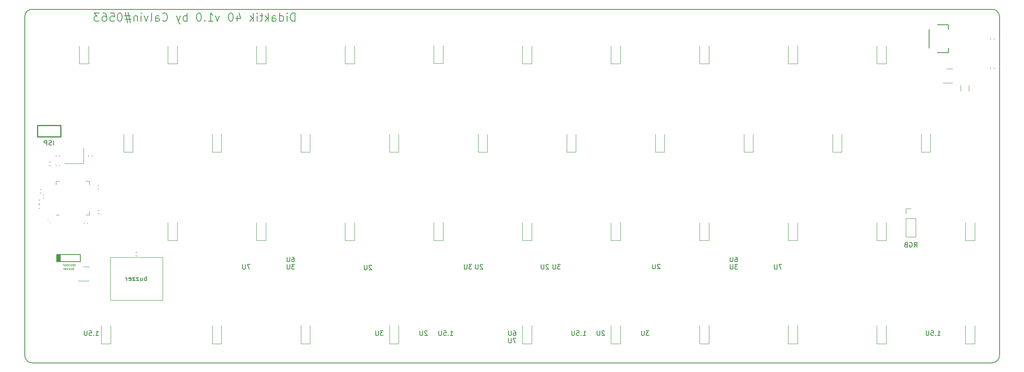
<source format=gbr>
%TF.GenerationSoftware,KiCad,Pcbnew,(6.0.7)*%
%TF.CreationDate,2023-01-08T18:37:13+01:00*%
%TF.ProjectId,Didaktik multilayout,44696461-6b74-4696-9b20-6d756c74696c,rev?*%
%TF.SameCoordinates,Original*%
%TF.FileFunction,Legend,Bot*%
%TF.FilePolarity,Positive*%
%FSLAX46Y46*%
G04 Gerber Fmt 4.6, Leading zero omitted, Abs format (unit mm)*
G04 Created by KiCad (PCBNEW (6.0.7)) date 2023-01-08 18:37:13*
%MOMM*%
%LPD*%
G01*
G04 APERTURE LIST*
%TA.AperFunction,Profile*%
%ADD10C,0.150000*%
%TD*%
%ADD11C,0.150000*%
%ADD12C,0.125000*%
%ADD13C,0.120000*%
%ADD14C,0.250000*%
G04 APERTURE END LIST*
D10*
X31750000Y-106362500D02*
G75*
G03*
X33337500Y-107950000I1587500J0D01*
G01*
X33337500Y-31750000D02*
X239712500Y-31750000D01*
X31750000Y-106362500D02*
X31750000Y-33337500D01*
X239712500Y-107950000D02*
G75*
G03*
X241300000Y-106362500I0J1587500D01*
G01*
X239712500Y-107950000D02*
X33337500Y-107950000D01*
X241300000Y-33337500D02*
G75*
G03*
X239712500Y-31750000I-1587500J0D01*
G01*
X33337500Y-31750000D02*
G75*
G03*
X31750000Y-33337500I0J-1587500D01*
G01*
X241300000Y-33337500D02*
X241300000Y-106362500D01*
D11*
X89233333Y-85177380D02*
X89423809Y-85177380D01*
X89519047Y-85225000D01*
X89566666Y-85272619D01*
X89661904Y-85415476D01*
X89709523Y-85605952D01*
X89709523Y-85986904D01*
X89661904Y-86082142D01*
X89614285Y-86129761D01*
X89519047Y-86177380D01*
X89328571Y-86177380D01*
X89233333Y-86129761D01*
X89185714Y-86082142D01*
X89138095Y-85986904D01*
X89138095Y-85748809D01*
X89185714Y-85653571D01*
X89233333Y-85605952D01*
X89328571Y-85558333D01*
X89519047Y-85558333D01*
X89614285Y-85605952D01*
X89661904Y-85653571D01*
X89709523Y-85748809D01*
X88709523Y-85177380D02*
X88709523Y-85986904D01*
X88661904Y-86082142D01*
X88614285Y-86129761D01*
X88519047Y-86177380D01*
X88328571Y-86177380D01*
X88233333Y-86129761D01*
X88185714Y-86082142D01*
X88138095Y-85986904D01*
X88138095Y-85177380D01*
X130222182Y-86842169D02*
X130174563Y-86794550D01*
X130079325Y-86746930D01*
X129841230Y-86746930D01*
X129745992Y-86794550D01*
X129698373Y-86842169D01*
X129650754Y-86937407D01*
X129650754Y-87032645D01*
X129698373Y-87175502D01*
X130269801Y-87746930D01*
X129650754Y-87746930D01*
X129222182Y-86746930D02*
X129222182Y-87556454D01*
X129174563Y-87651692D01*
X129126944Y-87699311D01*
X129031706Y-87746930D01*
X128841230Y-87746930D01*
X128745992Y-87699311D01*
X128698373Y-87651692D01*
X128650754Y-87556454D01*
X128650754Y-86746930D01*
X89867666Y-34319666D02*
X89867666Y-32569666D01*
X89451000Y-32569666D01*
X89201000Y-32653000D01*
X89034333Y-32819666D01*
X88951000Y-32986333D01*
X88867666Y-33319666D01*
X88867666Y-33569666D01*
X88951000Y-33903000D01*
X89034333Y-34069666D01*
X89201000Y-34236333D01*
X89451000Y-34319666D01*
X89867666Y-34319666D01*
X88117666Y-34319666D02*
X88117666Y-33153000D01*
X88117666Y-32569666D02*
X88201000Y-32653000D01*
X88117666Y-32736333D01*
X88034333Y-32653000D01*
X88117666Y-32569666D01*
X88117666Y-32736333D01*
X86534333Y-34319666D02*
X86534333Y-32569666D01*
X86534333Y-34236333D02*
X86701000Y-34319666D01*
X87034333Y-34319666D01*
X87201000Y-34236333D01*
X87284333Y-34153000D01*
X87367666Y-33986333D01*
X87367666Y-33486333D01*
X87284333Y-33319666D01*
X87201000Y-33236333D01*
X87034333Y-33153000D01*
X86701000Y-33153000D01*
X86534333Y-33236333D01*
X84951000Y-34319666D02*
X84951000Y-33403000D01*
X85034333Y-33236333D01*
X85201000Y-33153000D01*
X85534333Y-33153000D01*
X85701000Y-33236333D01*
X84951000Y-34236333D02*
X85117666Y-34319666D01*
X85534333Y-34319666D01*
X85701000Y-34236333D01*
X85784333Y-34069666D01*
X85784333Y-33903000D01*
X85701000Y-33736333D01*
X85534333Y-33653000D01*
X85117666Y-33653000D01*
X84951000Y-33569666D01*
X84117666Y-34319666D02*
X84117666Y-32569666D01*
X83951000Y-33653000D02*
X83451000Y-34319666D01*
X83451000Y-33153000D02*
X84117666Y-33819666D01*
X82951000Y-33153000D02*
X82284333Y-33153000D01*
X82701000Y-32569666D02*
X82701000Y-34069666D01*
X82617666Y-34236333D01*
X82451000Y-34319666D01*
X82284333Y-34319666D01*
X81701000Y-34319666D02*
X81701000Y-33153000D01*
X81701000Y-32569666D02*
X81784333Y-32653000D01*
X81701000Y-32736333D01*
X81617666Y-32653000D01*
X81701000Y-32569666D01*
X81701000Y-32736333D01*
X80867666Y-34319666D02*
X80867666Y-32569666D01*
X80701000Y-33653000D02*
X80201000Y-34319666D01*
X80201000Y-33153000D02*
X80867666Y-33819666D01*
X77367666Y-33153000D02*
X77367666Y-34319666D01*
X77784333Y-32486333D02*
X78201000Y-33736333D01*
X77117666Y-33736333D01*
X76117666Y-32569666D02*
X75951000Y-32569666D01*
X75784333Y-32653000D01*
X75701000Y-32736333D01*
X75617666Y-32903000D01*
X75534333Y-33236333D01*
X75534333Y-33653000D01*
X75617666Y-33986333D01*
X75701000Y-34153000D01*
X75784333Y-34236333D01*
X75951000Y-34319666D01*
X76117666Y-34319666D01*
X76284333Y-34236333D01*
X76367666Y-34153000D01*
X76451000Y-33986333D01*
X76534333Y-33653000D01*
X76534333Y-33236333D01*
X76451000Y-32903000D01*
X76367666Y-32736333D01*
X76284333Y-32653000D01*
X76117666Y-32569666D01*
X73617666Y-33153000D02*
X73201000Y-34319666D01*
X72784333Y-33153000D01*
X71201000Y-34319666D02*
X72201000Y-34319666D01*
X71701000Y-34319666D02*
X71701000Y-32569666D01*
X71867666Y-32819666D01*
X72034333Y-32986333D01*
X72201000Y-33069666D01*
X70451000Y-34153000D02*
X70367666Y-34236333D01*
X70451000Y-34319666D01*
X70534333Y-34236333D01*
X70451000Y-34153000D01*
X70451000Y-34319666D01*
X69284333Y-32569666D02*
X69117666Y-32569666D01*
X68951000Y-32653000D01*
X68867666Y-32736333D01*
X68784333Y-32903000D01*
X68701000Y-33236333D01*
X68701000Y-33653000D01*
X68784333Y-33986333D01*
X68867666Y-34153000D01*
X68951000Y-34236333D01*
X69117666Y-34319666D01*
X69284333Y-34319666D01*
X69451000Y-34236333D01*
X69534333Y-34153000D01*
X69617666Y-33986333D01*
X69701000Y-33653000D01*
X69701000Y-33236333D01*
X69617666Y-32903000D01*
X69534333Y-32736333D01*
X69451000Y-32653000D01*
X69284333Y-32569666D01*
X66617666Y-34319666D02*
X66617666Y-32569666D01*
X66617666Y-33236333D02*
X66451000Y-33153000D01*
X66117666Y-33153000D01*
X65951000Y-33236333D01*
X65867666Y-33319666D01*
X65784333Y-33486333D01*
X65784333Y-33986333D01*
X65867666Y-34153000D01*
X65951000Y-34236333D01*
X66117666Y-34319666D01*
X66451000Y-34319666D01*
X66617666Y-34236333D01*
X65201000Y-33153000D02*
X64784333Y-34319666D01*
X64367666Y-33153000D02*
X64784333Y-34319666D01*
X64951000Y-34736333D01*
X65034333Y-34819666D01*
X65201000Y-34903000D01*
X61367666Y-34153000D02*
X61451000Y-34236333D01*
X61701000Y-34319666D01*
X61867666Y-34319666D01*
X62117666Y-34236333D01*
X62284333Y-34069666D01*
X62367666Y-33903000D01*
X62451000Y-33569666D01*
X62451000Y-33319666D01*
X62367666Y-32986333D01*
X62284333Y-32819666D01*
X62117666Y-32653000D01*
X61867666Y-32569666D01*
X61701000Y-32569666D01*
X61451000Y-32653000D01*
X61367666Y-32736333D01*
X59867666Y-34319666D02*
X59867666Y-33403000D01*
X59951000Y-33236333D01*
X60117666Y-33153000D01*
X60451000Y-33153000D01*
X60617666Y-33236333D01*
X59867666Y-34236333D02*
X60034333Y-34319666D01*
X60451000Y-34319666D01*
X60617666Y-34236333D01*
X60701000Y-34069666D01*
X60701000Y-33903000D01*
X60617666Y-33736333D01*
X60451000Y-33653000D01*
X60034333Y-33653000D01*
X59867666Y-33569666D01*
X58784333Y-34319666D02*
X58951000Y-34236333D01*
X59034333Y-34069666D01*
X59034333Y-32569666D01*
X58284333Y-33153000D02*
X57867666Y-34319666D01*
X57451000Y-33153000D01*
X56784333Y-34319666D02*
X56784333Y-33153000D01*
X56784333Y-32569666D02*
X56867666Y-32653000D01*
X56784333Y-32736333D01*
X56701000Y-32653000D01*
X56784333Y-32569666D01*
X56784333Y-32736333D01*
X55951000Y-33153000D02*
X55951000Y-34319666D01*
X55951000Y-33319666D02*
X55867666Y-33236333D01*
X55701000Y-33153000D01*
X55451000Y-33153000D01*
X55284333Y-33236333D01*
X55201000Y-33403000D01*
X55201000Y-34319666D01*
X54450999Y-33153000D02*
X53200999Y-33153000D01*
X53950999Y-32403000D02*
X54450999Y-34653000D01*
X53367666Y-33903000D02*
X54617666Y-33903000D01*
X53867666Y-34653000D02*
X53367666Y-32403000D01*
X52284333Y-32569666D02*
X52117666Y-32569666D01*
X51950999Y-32653000D01*
X51867666Y-32736333D01*
X51784333Y-32903000D01*
X51700999Y-33236333D01*
X51700999Y-33653000D01*
X51784333Y-33986333D01*
X51867666Y-34153000D01*
X51950999Y-34236333D01*
X52117666Y-34319666D01*
X52284333Y-34319666D01*
X52450999Y-34236333D01*
X52534333Y-34153000D01*
X52617666Y-33986333D01*
X52700999Y-33653000D01*
X52700999Y-33236333D01*
X52617666Y-32903000D01*
X52534333Y-32736333D01*
X52450999Y-32653000D01*
X52284333Y-32569666D01*
X50117666Y-32569666D02*
X50950999Y-32569666D01*
X51034333Y-33403000D01*
X50950999Y-33319666D01*
X50784333Y-33236333D01*
X50367666Y-33236333D01*
X50200999Y-33319666D01*
X50117666Y-33403000D01*
X50034333Y-33569666D01*
X50034333Y-33986333D01*
X50117666Y-34153000D01*
X50200999Y-34236333D01*
X50367666Y-34319666D01*
X50784333Y-34319666D01*
X50950999Y-34236333D01*
X51034333Y-34153000D01*
X48534333Y-32569666D02*
X48867666Y-32569666D01*
X49034333Y-32653000D01*
X49117666Y-32736333D01*
X49284333Y-32986333D01*
X49367666Y-33319666D01*
X49367666Y-33986333D01*
X49284333Y-34153000D01*
X49200999Y-34236333D01*
X49034333Y-34319666D01*
X48700999Y-34319666D01*
X48534333Y-34236333D01*
X48450999Y-34153000D01*
X48367666Y-33986333D01*
X48367666Y-33569666D01*
X48450999Y-33403000D01*
X48534333Y-33319666D01*
X48700999Y-33236333D01*
X49034333Y-33236333D01*
X49200999Y-33319666D01*
X49284333Y-33403000D01*
X49367666Y-33569666D01*
X47784333Y-32569666D02*
X46700999Y-32569666D01*
X47284333Y-33236333D01*
X47034333Y-33236333D01*
X46867666Y-33319666D01*
X46784333Y-33403000D01*
X46700999Y-33569666D01*
X46700999Y-33986333D01*
X46784333Y-34153000D01*
X46867666Y-34236333D01*
X47034333Y-34319666D01*
X47534333Y-34319666D01*
X47700999Y-34236333D01*
X47784333Y-34153000D01*
X184483333Y-85177380D02*
X184673809Y-85177380D01*
X184769047Y-85225000D01*
X184816666Y-85272619D01*
X184911904Y-85415476D01*
X184959523Y-85605952D01*
X184959523Y-85986904D01*
X184911904Y-86082142D01*
X184864285Y-86129761D01*
X184769047Y-86177380D01*
X184578571Y-86177380D01*
X184483333Y-86129761D01*
X184435714Y-86082142D01*
X184388095Y-85986904D01*
X184388095Y-85748809D01*
X184435714Y-85653571D01*
X184483333Y-85605952D01*
X184578571Y-85558333D01*
X184769047Y-85558333D01*
X184864285Y-85605952D01*
X184911904Y-85653571D01*
X184959523Y-85748809D01*
X183959523Y-85177380D02*
X183959523Y-85986904D01*
X183911904Y-86082142D01*
X183864285Y-86129761D01*
X183769047Y-86177380D01*
X183578571Y-86177380D01*
X183483333Y-86129761D01*
X183435714Y-86082142D01*
X183388095Y-85986904D01*
X183388095Y-85177380D01*
X80232142Y-86764880D02*
X79565476Y-86764880D01*
X79994047Y-87764880D01*
X79184523Y-86764880D02*
X79184523Y-87574404D01*
X79136904Y-87669642D01*
X79089285Y-87717261D01*
X78994047Y-87764880D01*
X78803571Y-87764880D01*
X78708333Y-87717261D01*
X78660714Y-87669642D01*
X78613095Y-87574404D01*
X78613095Y-86764880D01*
X222940476Y-83002380D02*
X223273809Y-82526190D01*
X223511904Y-83002380D02*
X223511904Y-82002380D01*
X223130952Y-82002380D01*
X223035714Y-82050000D01*
X222988095Y-82097619D01*
X222940476Y-82192857D01*
X222940476Y-82335714D01*
X222988095Y-82430952D01*
X223035714Y-82478571D01*
X223130952Y-82526190D01*
X223511904Y-82526190D01*
X221988095Y-82050000D02*
X222083333Y-82002380D01*
X222226190Y-82002380D01*
X222369047Y-82050000D01*
X222464285Y-82145238D01*
X222511904Y-82240476D01*
X222559523Y-82430952D01*
X222559523Y-82573809D01*
X222511904Y-82764285D01*
X222464285Y-82859523D01*
X222369047Y-82954761D01*
X222226190Y-83002380D01*
X222130952Y-83002380D01*
X221988095Y-82954761D01*
X221940476Y-82907142D01*
X221940476Y-82573809D01*
X222130952Y-82573809D01*
X221178571Y-82478571D02*
X221035714Y-82526190D01*
X220988095Y-82573809D01*
X220940476Y-82669047D01*
X220940476Y-82811904D01*
X220988095Y-82907142D01*
X221035714Y-82954761D01*
X221130952Y-83002380D01*
X221511904Y-83002380D01*
X221511904Y-82002380D01*
X221178571Y-82002380D01*
X221083333Y-82050000D01*
X221035714Y-82097619D01*
X220988095Y-82192857D01*
X220988095Y-82288095D01*
X221035714Y-82383333D01*
X221083333Y-82430952D01*
X221178571Y-82478571D01*
X221511904Y-82478571D01*
X165957142Y-101052380D02*
X165338095Y-101052380D01*
X165671428Y-101433333D01*
X165528571Y-101433333D01*
X165433333Y-101480952D01*
X165385714Y-101528571D01*
X165338095Y-101623809D01*
X165338095Y-101861904D01*
X165385714Y-101957142D01*
X165433333Y-102004761D01*
X165528571Y-102052380D01*
X165814285Y-102052380D01*
X165909523Y-102004761D01*
X165957142Y-101957142D01*
X164909523Y-101052380D02*
X164909523Y-101861904D01*
X164861904Y-101957142D01*
X164814285Y-102004761D01*
X164719047Y-102052380D01*
X164528571Y-102052380D01*
X164433333Y-102004761D01*
X164385714Y-101957142D01*
X164338095Y-101861904D01*
X164338095Y-101052380D01*
X106319974Y-86976703D02*
X106272355Y-86929084D01*
X106177117Y-86881464D01*
X105939022Y-86881464D01*
X105843784Y-86929084D01*
X105796165Y-86976703D01*
X105748546Y-87071941D01*
X105748546Y-87167179D01*
X105796165Y-87310036D01*
X106367593Y-87881464D01*
X105748546Y-87881464D01*
X105319974Y-86881464D02*
X105319974Y-87690988D01*
X105272355Y-87786226D01*
X105224736Y-87833845D01*
X105129498Y-87881464D01*
X104939022Y-87881464D01*
X104843784Y-87833845D01*
X104796165Y-87786226D01*
X104748546Y-87690988D01*
X104748546Y-86881464D01*
X37933190Y-61031380D02*
X37933190Y-60031380D01*
X37504619Y-60983761D02*
X37361761Y-61031380D01*
X37123666Y-61031380D01*
X37028428Y-60983761D01*
X36980809Y-60936142D01*
X36933190Y-60840904D01*
X36933190Y-60745666D01*
X36980809Y-60650428D01*
X37028428Y-60602809D01*
X37123666Y-60555190D01*
X37314142Y-60507571D01*
X37409380Y-60459952D01*
X37457000Y-60412333D01*
X37504619Y-60317095D01*
X37504619Y-60221857D01*
X37457000Y-60126619D01*
X37409380Y-60079000D01*
X37314142Y-60031380D01*
X37076047Y-60031380D01*
X36933190Y-60079000D01*
X36504619Y-61031380D02*
X36504619Y-60031380D01*
X36123666Y-60031380D01*
X36028428Y-60079000D01*
X35980809Y-60126619D01*
X35933190Y-60221857D01*
X35933190Y-60364714D01*
X35980809Y-60459952D01*
X36028428Y-60507571D01*
X36123666Y-60555190D01*
X36504619Y-60555190D01*
X151764880Y-102052380D02*
X152336309Y-102052380D01*
X152050595Y-102052380D02*
X152050595Y-101052380D01*
X152145833Y-101195238D01*
X152241071Y-101290476D01*
X152336309Y-101338095D01*
X151336309Y-101957142D02*
X151288690Y-102004761D01*
X151336309Y-102052380D01*
X151383928Y-102004761D01*
X151336309Y-101957142D01*
X151336309Y-102052380D01*
X150383928Y-101052380D02*
X150860119Y-101052380D01*
X150907738Y-101528571D01*
X150860119Y-101480952D01*
X150764880Y-101433333D01*
X150526785Y-101433333D01*
X150431547Y-101480952D01*
X150383928Y-101528571D01*
X150336309Y-101623809D01*
X150336309Y-101861904D01*
X150383928Y-101957142D01*
X150431547Y-102004761D01*
X150526785Y-102052380D01*
X150764880Y-102052380D01*
X150860119Y-102004761D01*
X150907738Y-101957142D01*
X149907738Y-101052380D02*
X149907738Y-101861904D01*
X149860119Y-101957142D01*
X149812500Y-102004761D01*
X149717261Y-102052380D01*
X149526785Y-102052380D01*
X149431547Y-102004761D01*
X149383928Y-101957142D01*
X149336309Y-101861904D01*
X149336309Y-101052380D01*
X123189880Y-102052380D02*
X123761309Y-102052380D01*
X123475595Y-102052380D02*
X123475595Y-101052380D01*
X123570833Y-101195238D01*
X123666071Y-101290476D01*
X123761309Y-101338095D01*
X122761309Y-101957142D02*
X122713690Y-102004761D01*
X122761309Y-102052380D01*
X122808928Y-102004761D01*
X122761309Y-101957142D01*
X122761309Y-102052380D01*
X121808928Y-101052380D02*
X122285119Y-101052380D01*
X122332738Y-101528571D01*
X122285119Y-101480952D01*
X122189880Y-101433333D01*
X121951785Y-101433333D01*
X121856547Y-101480952D01*
X121808928Y-101528571D01*
X121761309Y-101623809D01*
X121761309Y-101861904D01*
X121808928Y-101957142D01*
X121856547Y-102004761D01*
X121951785Y-102052380D01*
X122189880Y-102052380D01*
X122285119Y-102004761D01*
X122332738Y-101957142D01*
X121332738Y-101052380D02*
X121332738Y-101861904D01*
X121285119Y-101957142D01*
X121237500Y-102004761D01*
X121142261Y-102052380D01*
X120951785Y-102052380D01*
X120856547Y-102004761D01*
X120808928Y-101957142D01*
X120761309Y-101861904D01*
X120761309Y-101052380D01*
X108807142Y-101052380D02*
X108188095Y-101052380D01*
X108521428Y-101433333D01*
X108378571Y-101433333D01*
X108283333Y-101480952D01*
X108235714Y-101528571D01*
X108188095Y-101623809D01*
X108188095Y-101861904D01*
X108235714Y-101957142D01*
X108283333Y-102004761D01*
X108378571Y-102052380D01*
X108664285Y-102052380D01*
X108759523Y-102004761D01*
X108807142Y-101957142D01*
X107759523Y-101052380D02*
X107759523Y-101861904D01*
X107711904Y-101957142D01*
X107664285Y-102004761D01*
X107569047Y-102052380D01*
X107378571Y-102052380D01*
X107283333Y-102004761D01*
X107235714Y-101957142D01*
X107188095Y-101861904D01*
X107188095Y-101052380D01*
X194532142Y-86764880D02*
X193865476Y-86764880D01*
X194294047Y-87764880D01*
X193484523Y-86764880D02*
X193484523Y-87574404D01*
X193436904Y-87669642D01*
X193389285Y-87717261D01*
X193294047Y-87764880D01*
X193103571Y-87764880D01*
X193008333Y-87717261D01*
X192960714Y-87669642D01*
X192913095Y-87574404D01*
X192913095Y-86764880D01*
X156384523Y-101147619D02*
X156336904Y-101100000D01*
X156241666Y-101052380D01*
X156003571Y-101052380D01*
X155908333Y-101100000D01*
X155860714Y-101147619D01*
X155813095Y-101242857D01*
X155813095Y-101338095D01*
X155860714Y-101480952D01*
X156432142Y-102052380D01*
X155813095Y-102052380D01*
X155384523Y-101052380D02*
X155384523Y-101861904D01*
X155336904Y-101957142D01*
X155289285Y-102004761D01*
X155194047Y-102052380D01*
X155003571Y-102052380D01*
X154908333Y-102004761D01*
X154860714Y-101957142D01*
X154813095Y-101861904D01*
X154813095Y-101052380D01*
X46989880Y-102052380D02*
X47561309Y-102052380D01*
X47275595Y-102052380D02*
X47275595Y-101052380D01*
X47370833Y-101195238D01*
X47466071Y-101290476D01*
X47561309Y-101338095D01*
X46561309Y-101957142D02*
X46513690Y-102004761D01*
X46561309Y-102052380D01*
X46608928Y-102004761D01*
X46561309Y-101957142D01*
X46561309Y-102052380D01*
X45608928Y-101052380D02*
X46085119Y-101052380D01*
X46132738Y-101528571D01*
X46085119Y-101480952D01*
X45989880Y-101433333D01*
X45751785Y-101433333D01*
X45656547Y-101480952D01*
X45608928Y-101528571D01*
X45561309Y-101623809D01*
X45561309Y-101861904D01*
X45608928Y-101957142D01*
X45656547Y-102004761D01*
X45751785Y-102052380D01*
X45989880Y-102052380D01*
X46085119Y-102004761D01*
X46132738Y-101957142D01*
X45132738Y-101052380D02*
X45132738Y-101861904D01*
X45085119Y-101957142D01*
X45037500Y-102004761D01*
X44942261Y-102052380D01*
X44751785Y-102052380D01*
X44656547Y-102004761D01*
X44608928Y-101957142D01*
X44561309Y-101861904D01*
X44561309Y-101052380D01*
X137382142Y-102639880D02*
X136715476Y-102639880D01*
X137144047Y-103639880D01*
X136334523Y-102639880D02*
X136334523Y-103449404D01*
X136286904Y-103544642D01*
X136239285Y-103592261D01*
X136144047Y-103639880D01*
X135953571Y-103639880D01*
X135858333Y-103592261D01*
X135810714Y-103544642D01*
X135763095Y-103449404D01*
X135763095Y-102639880D01*
X227964880Y-102052380D02*
X228536309Y-102052380D01*
X228250595Y-102052380D02*
X228250595Y-101052380D01*
X228345833Y-101195238D01*
X228441071Y-101290476D01*
X228536309Y-101338095D01*
X227536309Y-101957142D02*
X227488690Y-102004761D01*
X227536309Y-102052380D01*
X227583928Y-102004761D01*
X227536309Y-101957142D01*
X227536309Y-102052380D01*
X226583928Y-101052380D02*
X227060119Y-101052380D01*
X227107738Y-101528571D01*
X227060119Y-101480952D01*
X226964880Y-101433333D01*
X226726785Y-101433333D01*
X226631547Y-101480952D01*
X226583928Y-101528571D01*
X226536309Y-101623809D01*
X226536309Y-101861904D01*
X226583928Y-101957142D01*
X226631547Y-102004761D01*
X226726785Y-102052380D01*
X226964880Y-102052380D01*
X227060119Y-102004761D01*
X227107738Y-101957142D01*
X226107738Y-101052380D02*
X226107738Y-101861904D01*
X226060119Y-101957142D01*
X226012500Y-102004761D01*
X225917261Y-102052380D01*
X225726785Y-102052380D01*
X225631547Y-102004761D01*
X225583928Y-101957142D01*
X225536309Y-101861904D01*
X225536309Y-101052380D01*
X136858333Y-101052380D02*
X137048809Y-101052380D01*
X137144047Y-101100000D01*
X137191666Y-101147619D01*
X137286904Y-101290476D01*
X137334523Y-101480952D01*
X137334523Y-101861904D01*
X137286904Y-101957142D01*
X137239285Y-102004761D01*
X137144047Y-102052380D01*
X136953571Y-102052380D01*
X136858333Y-102004761D01*
X136810714Y-101957142D01*
X136763095Y-101861904D01*
X136763095Y-101623809D01*
X136810714Y-101528571D01*
X136858333Y-101480952D01*
X136953571Y-101433333D01*
X137144047Y-101433333D01*
X137239285Y-101480952D01*
X137286904Y-101528571D01*
X137334523Y-101623809D01*
X136334523Y-101052380D02*
X136334523Y-101861904D01*
X136286904Y-101957142D01*
X136239285Y-102004761D01*
X136144047Y-102052380D01*
X135953571Y-102052380D01*
X135858333Y-102004761D01*
X135810714Y-101957142D01*
X135763095Y-101861904D01*
X135763095Y-101052380D01*
X185007142Y-86764880D02*
X184388095Y-86764880D01*
X184721428Y-87145833D01*
X184578571Y-87145833D01*
X184483333Y-87193452D01*
X184435714Y-87241071D01*
X184388095Y-87336309D01*
X184388095Y-87574404D01*
X184435714Y-87669642D01*
X184483333Y-87717261D01*
X184578571Y-87764880D01*
X184864285Y-87764880D01*
X184959523Y-87717261D01*
X185007142Y-87669642D01*
X183959523Y-86764880D02*
X183959523Y-87574404D01*
X183911904Y-87669642D01*
X183864285Y-87717261D01*
X183769047Y-87764880D01*
X183578571Y-87764880D01*
X183483333Y-87717261D01*
X183435714Y-87669642D01*
X183388095Y-87574404D01*
X183388095Y-86764880D01*
X144366151Y-86840603D02*
X144318532Y-86792984D01*
X144223294Y-86745364D01*
X143985199Y-86745364D01*
X143889961Y-86792984D01*
X143842342Y-86840603D01*
X143794723Y-86935841D01*
X143794723Y-87031079D01*
X143842342Y-87173936D01*
X144413770Y-87745364D01*
X143794723Y-87745364D01*
X143366151Y-86745364D02*
X143366151Y-87554888D01*
X143318532Y-87650126D01*
X143270913Y-87697745D01*
X143175675Y-87745364D01*
X142985199Y-87745364D01*
X142889961Y-87697745D01*
X142842342Y-87650126D01*
X142794723Y-87554888D01*
X142794723Y-86745364D01*
X127857142Y-86764880D02*
X127238095Y-86764880D01*
X127571428Y-87145833D01*
X127428571Y-87145833D01*
X127333333Y-87193452D01*
X127285714Y-87241071D01*
X127238095Y-87336309D01*
X127238095Y-87574404D01*
X127285714Y-87669642D01*
X127333333Y-87717261D01*
X127428571Y-87764880D01*
X127714285Y-87764880D01*
X127809523Y-87717261D01*
X127857142Y-87669642D01*
X126809523Y-86764880D02*
X126809523Y-87574404D01*
X126761904Y-87669642D01*
X126714285Y-87717261D01*
X126619047Y-87764880D01*
X126428571Y-87764880D01*
X126333333Y-87717261D01*
X126285714Y-87669642D01*
X126238095Y-87574404D01*
X126238095Y-86764880D01*
X89757142Y-86764880D02*
X89138095Y-86764880D01*
X89471428Y-87145833D01*
X89328571Y-87145833D01*
X89233333Y-87193452D01*
X89185714Y-87241071D01*
X89138095Y-87336309D01*
X89138095Y-87574404D01*
X89185714Y-87669642D01*
X89233333Y-87717261D01*
X89328571Y-87764880D01*
X89614285Y-87764880D01*
X89709523Y-87717261D01*
X89757142Y-87669642D01*
X88709523Y-86764880D02*
X88709523Y-87574404D01*
X88661904Y-87669642D01*
X88614285Y-87717261D01*
X88519047Y-87764880D01*
X88328571Y-87764880D01*
X88233333Y-87717261D01*
X88185714Y-87669642D01*
X88138095Y-87574404D01*
X88138095Y-86764880D01*
X168313204Y-86795759D02*
X168265585Y-86748140D01*
X168170347Y-86700520D01*
X167932252Y-86700520D01*
X167837014Y-86748140D01*
X167789395Y-86795759D01*
X167741776Y-86890997D01*
X167741776Y-86986235D01*
X167789395Y-87129092D01*
X168360823Y-87700520D01*
X167741776Y-87700520D01*
X167313204Y-86700520D02*
X167313204Y-87510044D01*
X167265585Y-87605282D01*
X167217966Y-87652901D01*
X167122728Y-87700520D01*
X166932252Y-87700520D01*
X166837014Y-87652901D01*
X166789395Y-87605282D01*
X166741776Y-87510044D01*
X166741776Y-86700520D01*
X146907142Y-86764880D02*
X146288095Y-86764880D01*
X146621428Y-87145833D01*
X146478571Y-87145833D01*
X146383333Y-87193452D01*
X146335714Y-87241071D01*
X146288095Y-87336309D01*
X146288095Y-87574404D01*
X146335714Y-87669642D01*
X146383333Y-87717261D01*
X146478571Y-87764880D01*
X146764285Y-87764880D01*
X146859523Y-87717261D01*
X146907142Y-87669642D01*
X145859523Y-86764880D02*
X145859523Y-87574404D01*
X145811904Y-87669642D01*
X145764285Y-87717261D01*
X145669047Y-87764880D01*
X145478571Y-87764880D01*
X145383333Y-87717261D01*
X145335714Y-87669642D01*
X145288095Y-87574404D01*
X145288095Y-86764880D01*
X118284523Y-101147619D02*
X118236904Y-101100000D01*
X118141666Y-101052380D01*
X117903571Y-101052380D01*
X117808333Y-101100000D01*
X117760714Y-101147619D01*
X117713095Y-101242857D01*
X117713095Y-101338095D01*
X117760714Y-101480952D01*
X118332142Y-102052380D01*
X117713095Y-102052380D01*
X117284523Y-101052380D02*
X117284523Y-101861904D01*
X117236904Y-101957142D01*
X117189285Y-102004761D01*
X117094047Y-102052380D01*
X116903571Y-102052380D01*
X116808333Y-102004761D01*
X116760714Y-101957142D01*
X116713095Y-101861904D01*
X116713095Y-101052380D01*
D12*
X42636095Y-87072690D02*
X42636095Y-86739357D01*
X42636095Y-86834595D02*
X42612285Y-86786976D01*
X42588476Y-86763166D01*
X42540857Y-86739357D01*
X42493238Y-86739357D01*
X42136095Y-87048880D02*
X42183714Y-87072690D01*
X42278952Y-87072690D01*
X42326571Y-87048880D01*
X42350380Y-87001261D01*
X42350380Y-86810785D01*
X42326571Y-86763166D01*
X42278952Y-86739357D01*
X42183714Y-86739357D01*
X42136095Y-86763166D01*
X42112285Y-86810785D01*
X42112285Y-86858404D01*
X42350380Y-86906023D01*
X41921809Y-87048880D02*
X41874190Y-87072690D01*
X41778952Y-87072690D01*
X41731333Y-87048880D01*
X41707523Y-87001261D01*
X41707523Y-86977452D01*
X41731333Y-86929833D01*
X41778952Y-86906023D01*
X41850380Y-86906023D01*
X41898000Y-86882214D01*
X41921809Y-86834595D01*
X41921809Y-86810785D01*
X41898000Y-86763166D01*
X41850380Y-86739357D01*
X41778952Y-86739357D01*
X41731333Y-86763166D01*
X41493238Y-87072690D02*
X41493238Y-86739357D01*
X41493238Y-86572690D02*
X41517047Y-86596500D01*
X41493238Y-86620309D01*
X41469428Y-86596500D01*
X41493238Y-86572690D01*
X41493238Y-86620309D01*
X41278952Y-87048880D02*
X41231333Y-87072690D01*
X41136095Y-87072690D01*
X41088476Y-87048880D01*
X41064666Y-87001261D01*
X41064666Y-86977452D01*
X41088476Y-86929833D01*
X41136095Y-86906023D01*
X41207523Y-86906023D01*
X41255142Y-86882214D01*
X41278952Y-86834595D01*
X41278952Y-86810785D01*
X41255142Y-86763166D01*
X41207523Y-86739357D01*
X41136095Y-86739357D01*
X41088476Y-86763166D01*
X40921809Y-86739357D02*
X40731333Y-86739357D01*
X40850380Y-86572690D02*
X40850380Y-87001261D01*
X40826571Y-87048880D01*
X40778952Y-87072690D01*
X40731333Y-87072690D01*
X40493238Y-87072690D02*
X40540857Y-87048880D01*
X40564666Y-87025071D01*
X40588476Y-86977452D01*
X40588476Y-86834595D01*
X40564666Y-86786976D01*
X40540857Y-86763166D01*
X40493238Y-86739357D01*
X40421809Y-86739357D01*
X40374190Y-86763166D01*
X40350380Y-86786976D01*
X40326571Y-86834595D01*
X40326571Y-86977452D01*
X40350380Y-87025071D01*
X40374190Y-87048880D01*
X40421809Y-87072690D01*
X40493238Y-87072690D01*
X40112285Y-87072690D02*
X40112285Y-86739357D01*
X40112285Y-86834595D02*
X40088476Y-86786976D01*
X40064666Y-86763166D01*
X40017047Y-86739357D01*
X39969428Y-86739357D01*
X42255142Y-87877690D02*
X42255142Y-87377690D01*
X42255142Y-87568166D02*
X42207523Y-87544357D01*
X42112285Y-87544357D01*
X42064666Y-87568166D01*
X42040857Y-87591976D01*
X42017047Y-87639595D01*
X42017047Y-87782452D01*
X42040857Y-87830071D01*
X42064666Y-87853880D01*
X42112285Y-87877690D01*
X42207523Y-87877690D01*
X42255142Y-87853880D01*
X41588476Y-87544357D02*
X41588476Y-87877690D01*
X41802761Y-87544357D02*
X41802761Y-87806261D01*
X41778952Y-87853880D01*
X41731333Y-87877690D01*
X41659904Y-87877690D01*
X41612285Y-87853880D01*
X41588476Y-87830071D01*
X41398000Y-87544357D02*
X41136095Y-87544357D01*
X41398000Y-87877690D01*
X41136095Y-87877690D01*
X40993238Y-87544357D02*
X40731333Y-87544357D01*
X40993238Y-87877690D01*
X40731333Y-87877690D01*
X40350380Y-87853880D02*
X40398000Y-87877690D01*
X40493238Y-87877690D01*
X40540857Y-87853880D01*
X40564666Y-87806261D01*
X40564666Y-87615785D01*
X40540857Y-87568166D01*
X40493238Y-87544357D01*
X40398000Y-87544357D01*
X40350380Y-87568166D01*
X40326571Y-87615785D01*
X40326571Y-87663404D01*
X40564666Y-87711023D01*
X40112285Y-87877690D02*
X40112285Y-87544357D01*
X40112285Y-87639595D02*
X40088476Y-87591976D01*
X40064666Y-87568166D01*
X40017047Y-87544357D01*
X39969428Y-87544357D01*
D11*
X57967285Y-90241380D02*
X57967285Y-89241380D01*
X57967285Y-89622333D02*
X57872047Y-89574714D01*
X57681571Y-89574714D01*
X57586333Y-89622333D01*
X57538714Y-89669952D01*
X57491095Y-89765190D01*
X57491095Y-90050904D01*
X57538714Y-90146142D01*
X57586333Y-90193761D01*
X57681571Y-90241380D01*
X57872047Y-90241380D01*
X57967285Y-90193761D01*
X56633952Y-89574714D02*
X56633952Y-90241380D01*
X57062523Y-89574714D02*
X57062523Y-90098523D01*
X57014904Y-90193761D01*
X56919666Y-90241380D01*
X56776809Y-90241380D01*
X56681571Y-90193761D01*
X56633952Y-90146142D01*
X56252999Y-89574714D02*
X55729190Y-89574714D01*
X56252999Y-90241380D01*
X55729190Y-90241380D01*
X55443476Y-89574714D02*
X54919666Y-89574714D01*
X55443476Y-90241380D01*
X54919666Y-90241380D01*
X54157761Y-90193761D02*
X54252999Y-90241380D01*
X54443476Y-90241380D01*
X54538714Y-90193761D01*
X54586333Y-90098523D01*
X54586333Y-89717571D01*
X54538714Y-89622333D01*
X54443476Y-89574714D01*
X54252999Y-89574714D01*
X54157761Y-89622333D01*
X54110142Y-89717571D01*
X54110142Y-89812809D01*
X54586333Y-89908047D01*
X53681571Y-90241380D02*
X53681571Y-89574714D01*
X53681571Y-89765190D02*
X53633952Y-89669952D01*
X53586333Y-89622333D01*
X53491095Y-89574714D01*
X53395857Y-89574714D01*
%TO.C,R5*%
X38735000Y-84582000D02*
X38735000Y-86106000D01*
X38608000Y-86106000D02*
X43688000Y-86106000D01*
X38862000Y-86106000D02*
X38862000Y-84582000D01*
X39243000Y-84582000D02*
X39243000Y-86106000D01*
X39370000Y-84582000D02*
X39370000Y-86106000D01*
X38608000Y-84582000D02*
X38608000Y-86106000D01*
X43688000Y-86106000D02*
X43688000Y-84582000D01*
X39116000Y-86106000D02*
X39116000Y-84582000D01*
X38989000Y-84582000D02*
X38989000Y-86106000D01*
X43688000Y-84582000D02*
X38608000Y-84582000D01*
D13*
%TO.C,D29*%
X178800000Y-103800000D02*
X178800000Y-99950000D01*
X178800000Y-103800000D02*
X176800000Y-103800000D01*
X176800000Y-103800000D02*
X176800000Y-99950000D01*
%TO.C,J3*%
X222250000Y-74727500D02*
X221190000Y-74727500D01*
X223310000Y-76787500D02*
X223310000Y-80847500D01*
X221190000Y-76787500D02*
X221190000Y-80847500D01*
X223310000Y-80847500D02*
X221190000Y-80847500D01*
X221190000Y-74727500D02*
X221190000Y-75787500D01*
X223310000Y-76787500D02*
X221190000Y-76787500D01*
%TO.C,D6*%
X74025000Y-62525000D02*
X72025000Y-62525000D01*
X74025000Y-62525000D02*
X74025000Y-58675000D01*
X72025000Y-62525000D02*
X72025000Y-58675000D01*
%TO.C,C1*%
X39158500Y-65512836D02*
X39158500Y-65297164D01*
X38438500Y-65512836D02*
X38438500Y-65297164D01*
%TO.C,D14*%
X112125000Y-62525000D02*
X112125000Y-58675000D01*
X110125000Y-62525000D02*
X110125000Y-58675000D01*
X112125000Y-62525000D02*
X110125000Y-62525000D01*
%TO.C,D40*%
X235950000Y-81575000D02*
X233950000Y-81575000D01*
X235950000Y-81575000D02*
X235950000Y-77725000D01*
X233950000Y-81575000D02*
X233950000Y-77725000D01*
%TO.C,D8*%
X74025000Y-103800000D02*
X74025000Y-99950000D01*
X72025000Y-103800000D02*
X72025000Y-99950000D01*
X74025000Y-103800000D02*
X72025000Y-103800000D01*
%TO.C,D3*%
X64500000Y-81575000D02*
X64500000Y-77725000D01*
X62500000Y-81575000D02*
X62500000Y-77725000D01*
X64500000Y-81575000D02*
X62500000Y-81575000D01*
%TO.C,D36*%
X216900000Y-81575000D02*
X214900000Y-81575000D01*
X214900000Y-81575000D02*
X214900000Y-77725000D01*
X216900000Y-81575000D02*
X216900000Y-77725000D01*
%TO.C,D32*%
X197850000Y-81575000D02*
X195850000Y-81575000D01*
X197850000Y-81575000D02*
X197850000Y-77725000D01*
X195850000Y-81575000D02*
X195850000Y-77725000D01*
%TO.C,C4*%
X39158500Y-63445086D02*
X39158500Y-63229414D01*
X38438500Y-63445086D02*
X38438500Y-63229414D01*
%TO.C,D1*%
X45450000Y-43475000D02*
X43450000Y-43475000D01*
X43450000Y-43475000D02*
X43450000Y-39625000D01*
X45450000Y-43475000D02*
X45450000Y-39625000D01*
%TO.C,R4*%
X47471359Y-75058000D02*
X47778641Y-75058000D01*
X47471359Y-75818000D02*
X47778641Y-75818000D01*
%TO.C,Y1*%
X44354500Y-64987250D02*
X40354500Y-64987250D01*
X44354500Y-61687250D02*
X44354500Y-64987250D01*
%TO.C,D15*%
X121650000Y-81575000D02*
X121650000Y-77725000D01*
X121650000Y-81575000D02*
X119650000Y-81575000D01*
X119650000Y-81575000D02*
X119650000Y-77725000D01*
%TO.C,U1*%
X39152000Y-76027750D02*
X38427000Y-76027750D01*
X39152000Y-68807750D02*
X38427000Y-68807750D01*
X44922000Y-76027750D02*
X45647000Y-76027750D01*
X45647000Y-76027750D02*
X45647000Y-75302750D01*
X45647000Y-68807750D02*
X45647000Y-69532750D01*
X44922000Y-68807750D02*
X45647000Y-68807750D01*
X38427000Y-68807750D02*
X38427000Y-69532750D01*
%TO.C,Q1*%
X44958000Y-87213000D02*
X45608000Y-87213000D01*
X44958000Y-87213000D02*
X44308000Y-87213000D01*
X44958000Y-90333000D02*
X45608000Y-90333000D01*
X44958000Y-90333000D02*
X43283000Y-90333000D01*
%TO.C,D34*%
X197850000Y-43475000D02*
X197850000Y-39625000D01*
X197850000Y-43475000D02*
X195850000Y-43475000D01*
X195850000Y-43475000D02*
X195850000Y-39625000D01*
%TO.C,D23*%
X157750000Y-81575000D02*
X157750000Y-77725000D01*
X159750000Y-81575000D02*
X157750000Y-81575000D01*
X159750000Y-81575000D02*
X159750000Y-77725000D01*
%TO.C,D21*%
X138700000Y-43475000D02*
X138700000Y-39625000D01*
X140700000Y-43475000D02*
X138700000Y-43475000D01*
X140700000Y-43475000D02*
X140700000Y-39625000D01*
%TO.C,D39*%
X226425000Y-62525000D02*
X224425000Y-62525000D01*
X224425000Y-62525000D02*
X224425000Y-58675000D01*
X226425000Y-62525000D02*
X226425000Y-58675000D01*
%TO.C,D30*%
X178800000Y-43475000D02*
X176800000Y-43475000D01*
X176800000Y-43475000D02*
X176800000Y-39625000D01*
X178800000Y-43475000D02*
X178800000Y-39625000D01*
%TO.C,D41*%
X233950000Y-103800000D02*
X233950000Y-99950000D01*
X235950000Y-103800000D02*
X233950000Y-103800000D01*
X235950000Y-103800000D02*
X235950000Y-99950000D01*
%TO.C,D20*%
X140700000Y-103800000D02*
X138700000Y-103800000D01*
X140700000Y-103800000D02*
X140700000Y-99950000D01*
X138700000Y-103800000D02*
X138700000Y-99950000D01*
%TO.C,D24*%
X159750000Y-103800000D02*
X159750000Y-99950000D01*
X157750000Y-103800000D02*
X157750000Y-99950000D01*
X159750000Y-103800000D02*
X157750000Y-103800000D01*
%TO.C,F1*%
X234717000Y-48165936D02*
X234717000Y-49370064D01*
X232897000Y-48165936D02*
X232897000Y-49370064D01*
%TO.C,D26*%
X159750000Y-43475000D02*
X159750000Y-39625000D01*
X157750000Y-43475000D02*
X157750000Y-39625000D01*
X159750000Y-43475000D02*
X157750000Y-43475000D01*
%TO.C,R6*%
X55906641Y-84125577D02*
X55599359Y-84125577D01*
X55906641Y-84885577D02*
X55599359Y-84885577D01*
%TO.C,D22*%
X150225000Y-62525000D02*
X148225000Y-62525000D01*
X148225000Y-62525000D02*
X148225000Y-58675000D01*
X150225000Y-62525000D02*
X150225000Y-58675000D01*
D11*
%TO.C,J1*%
X226150000Y-36100000D02*
X226150000Y-40100000D01*
X230350000Y-35100000D02*
X227950000Y-35100000D01*
X230350000Y-41100000D02*
X230350000Y-40100000D01*
X227950000Y-41100000D02*
X230350000Y-41100000D01*
X230350000Y-36100000D02*
X230350000Y-35100000D01*
D13*
%TO.C,D13*%
X102600000Y-43475000D02*
X102600000Y-39625000D01*
X102600000Y-43475000D02*
X100600000Y-43475000D01*
X100600000Y-43475000D02*
X100600000Y-39625000D01*
D14*
%TO.C,J2*%
X39457000Y-56749000D02*
X34457000Y-56749000D01*
X34457000Y-56749000D02*
X34457000Y-59249000D01*
X39457000Y-59249000D02*
X39457000Y-56749000D01*
X34457000Y-59249000D02*
X39457000Y-59249000D01*
D13*
%TO.C,C3*%
X46143500Y-63229414D02*
X46143500Y-63445086D01*
X45423500Y-63229414D02*
X45423500Y-63445086D01*
%TO.C,D7*%
X83550000Y-81575000D02*
X83550000Y-77725000D01*
X83550000Y-81575000D02*
X81550000Y-81575000D01*
X81550000Y-81575000D02*
X81550000Y-77725000D01*
%TO.C,D4*%
X48212500Y-103800000D02*
X48212500Y-99950000D01*
X50212500Y-103800000D02*
X48212500Y-103800000D01*
X50212500Y-103800000D02*
X50212500Y-99950000D01*
%TO.C,R2*%
X34707859Y-72863250D02*
X35015141Y-72863250D01*
X34707859Y-73623250D02*
X35015141Y-73623250D01*
%TO.C,D38*%
X216900000Y-43475000D02*
X216900000Y-39625000D01*
X216900000Y-43475000D02*
X214900000Y-43475000D01*
X214900000Y-43475000D02*
X214900000Y-39625000D01*
%TO.C,R3*%
X36930359Y-65404000D02*
X37237641Y-65404000D01*
X36930359Y-64644000D02*
X37237641Y-64644000D01*
%TO.C,D31*%
X188325000Y-62525000D02*
X186325000Y-62525000D01*
X188325000Y-62525000D02*
X188325000Y-58675000D01*
X186325000Y-62525000D02*
X186325000Y-58675000D01*
%TO.C,D2*%
X54975000Y-62525000D02*
X54975000Y-58675000D01*
X54975000Y-62525000D02*
X52975000Y-62525000D01*
X52975000Y-62525000D02*
X52975000Y-58675000D01*
%TO.C,LS1*%
X50143000Y-85179000D02*
X50143000Y-94399000D01*
X61363000Y-85179000D02*
X50143000Y-85179000D01*
X61363000Y-94399000D02*
X61363000Y-85179000D01*
X50143000Y-94399000D02*
X61363000Y-94399000D01*
%TO.C,D9*%
X81550000Y-43475000D02*
X81550000Y-39625000D01*
X83550000Y-43475000D02*
X81550000Y-43475000D01*
X83550000Y-43475000D02*
X83550000Y-39625000D01*
%TO.C,D12*%
X93075000Y-103800000D02*
X91075000Y-103800000D01*
X93075000Y-103800000D02*
X93075000Y-99950000D01*
X91075000Y-103800000D02*
X91075000Y-99950000D01*
%TO.C,D35*%
X207375000Y-62525000D02*
X207375000Y-58675000D01*
X207375000Y-62525000D02*
X205375000Y-62525000D01*
X205375000Y-62525000D02*
X205375000Y-58675000D01*
%TO.C,R9*%
X239389074Y-38253641D02*
X239389074Y-37946359D01*
X240149074Y-38253641D02*
X240149074Y-37946359D01*
%TO.C,D33*%
X197850000Y-103800000D02*
X197850000Y-99950000D01*
X197850000Y-103800000D02*
X195850000Y-103800000D01*
X195850000Y-103800000D02*
X195850000Y-99950000D01*
%TO.C,D17*%
X119650000Y-43412500D02*
X119650000Y-39562500D01*
X121650000Y-43412500D02*
X119650000Y-43412500D01*
X121650000Y-43412500D02*
X121650000Y-39562500D01*
%TO.C,D27*%
X169275000Y-62525000D02*
X167275000Y-62525000D01*
X167275000Y-62525000D02*
X167275000Y-58675000D01*
X169275000Y-62525000D02*
X169275000Y-58675000D01*
%TO.C,D25*%
X231155000Y-47661000D02*
X229155000Y-47661000D01*
X229855000Y-44541000D02*
X231155000Y-44541000D01*
%TO.C,D16*%
X110125000Y-103800000D02*
X110125000Y-99950000D01*
X112125000Y-103800000D02*
X110125000Y-103800000D01*
X112125000Y-103800000D02*
X112125000Y-99950000D01*
%TO.C,D28*%
X178800000Y-81575000D02*
X176800000Y-81575000D01*
X176800000Y-81575000D02*
X176800000Y-77725000D01*
X178800000Y-81575000D02*
X178800000Y-77725000D01*
%TO.C,D18*%
X129175000Y-62525000D02*
X129175000Y-58675000D01*
X131175000Y-62525000D02*
X131175000Y-58675000D01*
X131175000Y-62525000D02*
X129175000Y-62525000D01*
%TO.C,R8*%
X239332500Y-44603641D02*
X239332500Y-44296359D01*
X240092500Y-44603641D02*
X240092500Y-44296359D01*
%TO.C,D5*%
X64500000Y-43475000D02*
X62500000Y-43475000D01*
X64500000Y-43475000D02*
X64500000Y-39625000D01*
X62500000Y-43475000D02*
X62500000Y-39625000D01*
%TO.C,D19*%
X138700000Y-81575000D02*
X138700000Y-77725000D01*
X140700000Y-81575000D02*
X140700000Y-77725000D01*
X140700000Y-81575000D02*
X138700000Y-81575000D01*
%TO.C,C5*%
X47390164Y-69744000D02*
X47605836Y-69744000D01*
X47390164Y-70464000D02*
X47605836Y-70464000D01*
%TO.C,D10*%
X91075000Y-62525000D02*
X91075000Y-58675000D01*
X93075000Y-62525000D02*
X91075000Y-62525000D01*
X93075000Y-62525000D02*
X93075000Y-58675000D01*
%TO.C,R1*%
X34707859Y-73879250D02*
X35015141Y-73879250D01*
X34707859Y-74639250D02*
X35015141Y-74639250D01*
%TO.C,C7*%
X45191000Y-77743164D02*
X45191000Y-77958836D01*
X44471000Y-77743164D02*
X44471000Y-77958836D01*
%TO.C,C6*%
X35858336Y-72460250D02*
X35642664Y-72460250D01*
X35858336Y-71740250D02*
X35642664Y-71740250D01*
%TO.C,D37*%
X216900000Y-103800000D02*
X214900000Y-103800000D01*
X216900000Y-103800000D02*
X216900000Y-99950000D01*
X214900000Y-103800000D02*
X214900000Y-99950000D01*
%TO.C,C2*%
X37351310Y-77612557D02*
X37198807Y-77765060D01*
X36842193Y-77103440D02*
X36689690Y-77255943D01*
%TO.C,C8*%
X35223336Y-70597250D02*
X35007664Y-70597250D01*
X35223336Y-71317250D02*
X35007664Y-71317250D01*
%TO.C,D11*%
X100600000Y-81575000D02*
X100600000Y-77725000D01*
X102600000Y-81575000D02*
X102600000Y-77725000D01*
X102600000Y-81575000D02*
X100600000Y-81575000D01*
%TD*%
M02*

</source>
